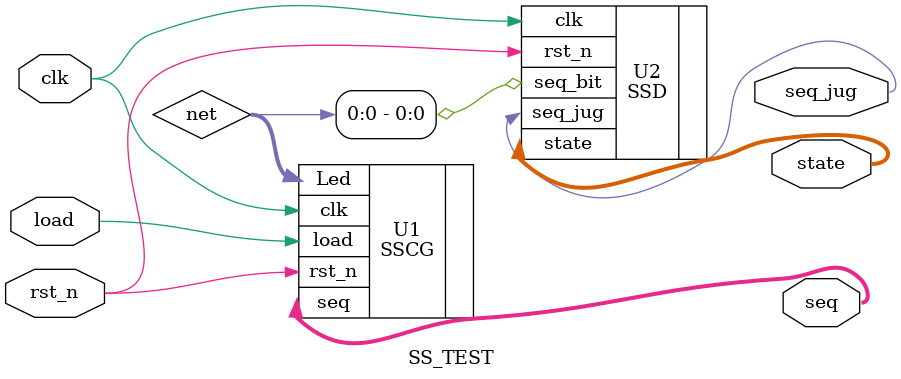
<source format=v>
module SS_TEST(
	input clk,
	input rst_n,
	input load,
	
	output seq_jug,
	output wire [15:0] seq,
	output wire [3:0] state );
	
	// wire
	wire [4:0] net;
	// reg
	// main code
	SSCG U1(.clk(clk), .rst_n(rst_n), .load(load), .seq(seq), .Led(net));
	SSD U2(.clk(clk), .rst_n(rst_n), .seq_bit(net[0]), .seq_jug(seq_jug), .state(state));
	
endmodule
</source>
